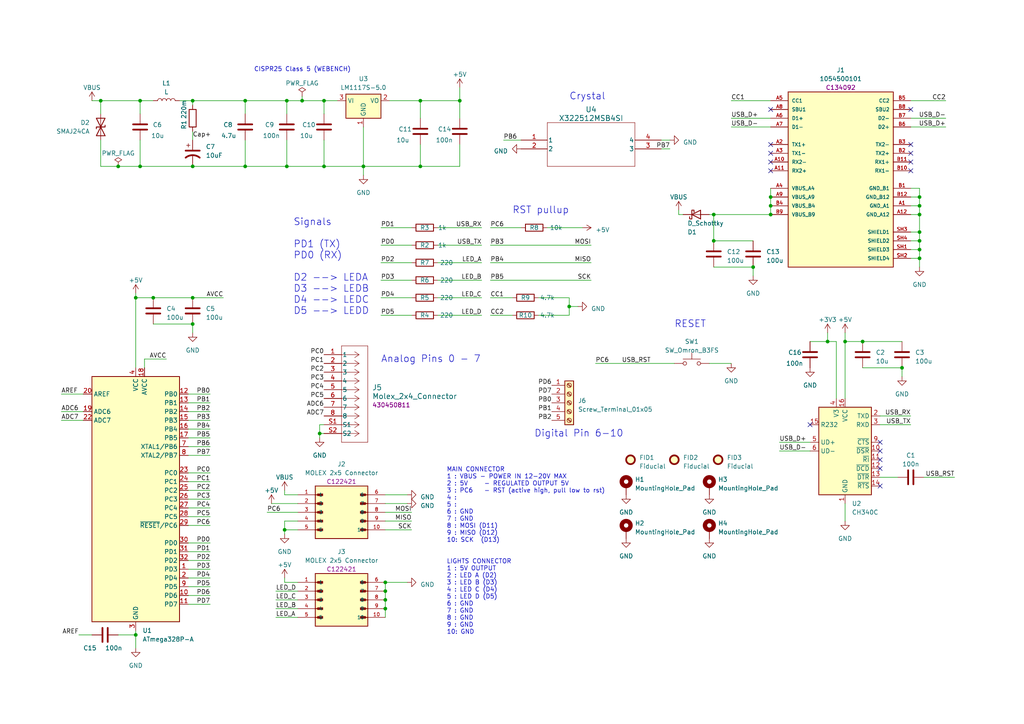
<source format=kicad_sch>
(kicad_sch (version 20230121) (generator eeschema)
  (paper "A4")
  (lib_symbols
    (symbol "Connector:Screw_Terminal_01x05" (pin_names (offset 1.016) hide)
      (property "Reference" "J" (at 0 7.62 0))
      (property "Value" "Screw_Terminal_01x05" (at 0 -7.62 0))
      (symbol "Screw_Terminal_01x05_1_1"
        (pin passive line (at -5.08 5.08 0) (length 3.81) (name "Pin_1") (number "1"))
        (pin passive line (at -5.08 2.54 0) (length 3.81) (name "Pin_2") (number "2"))
        (pin passive line (at -5.08 0 0) (length 3.81) (name "Pin_3") (number "3"))
        (pin passive line (at -5.08 -2.54 0) (length 3.81) (name "Pin_4") (number "4"))
        (pin passive line (at -5.08 -5.08 0) (length 3.81) (name "Pin_5") (number "5"))
      )
    )
    (symbol "Device:C" (pin_numbers hide) (pin_names (offset 0.254))
      (property "Reference" "C" (at 0.635 2.54 0))
      (property "Value" "C" (at 0.635 -2.54 0))
      (symbol "C_1_1"
        (pin passive line (at 0 3.81 270) (length 2.794) (name "~") (number "1"))
        (pin passive line (at 0 -3.81 90) (length 2.794) (name "~") (number "2"))
      )
    )
    (symbol "Device:C_Polarized_US" (pin_numbers hide) (pin_names (offset 0.254) hide)
      (property "Reference" "C" (at 0.635 2.54 0))
      (property "Value" "C_Polarized_US" (at 0.635 -2.54 0))
      (symbol "C_Polarized_US_1_1"
        (pin passive line (at 0 3.81 270) (length 2.794) (name "~") (number "1"))
        (pin passive line (at 0 -3.81 90) (length 3.302) (name "~") (number "2"))
      )
    )
    (symbol "Device:D_Schottky" (pin_numbers hide) (pin_names (offset 1.016) hide)
      (property "Reference" "D" (at 0 2.54 0))
      (property "Value" "D_Schottky" (at 0 -2.54 0))
      (symbol "D_Schottky_1_1"
        (pin passive line (at -3.81 0 0) (length 2.54) (name "K") (number "1"))
        (pin passive line (at 3.81 0 180) (length 2.54) (name "A") (number "2"))
      )
    )
    (symbol "Device:D_TVS" (pin_numbers hide) (pin_names (offset 1.016) hide)
      (property "Reference" "D" (at 0 2.54 0))
      (property "Value" "D_TVS" (at 0 -2.54 0))
      (symbol "D_TVS_1_1"
        (pin passive line (at -3.81 0 0) (length 2.54) (name "A1") (number "1"))
        (pin passive line (at 3.81 0 180) (length 2.54) (name "A2") (number "2"))
      )
    )
    (symbol "Device:L" (pin_numbers hide) (pin_names (offset 1.016) hide)
      (property "Reference" "L" (at -1.27 0 90))
      (property "Value" "L" (at 1.905 0 90))
      (symbol "L_1_1"
        (pin passive line (at 0 3.81 270) (length 1.27) (name "1") (number "1"))
        (pin passive line (at 0 -3.81 90) (length 1.27) (name "2") (number "2"))
      )
    )
    (symbol "Device:R" (pin_numbers hide) (pin_names (offset 0))
      (property "Reference" "R" (at 2.032 0 90))
      (property "Value" "R" (at 0 0 90))
      (symbol "R_1_1"
        (pin passive line (at 0 3.81 270) (length 1.27) (name "~") (number "1"))
        (pin passive line (at 0 -3.81 90) (length 1.27) (name "~") (number "2"))
      )
    )
    (symbol "Interface_USB:CH340C"
      (property "Reference" "U" (at -5.08 13.97 0))
      (property "Value" "CH340C" (at 1.27 13.97 0))
      (symbol "CH340C_1_1"
        (pin power_in line (at 0 -15.24 90) (length 2.54) (name "GND") (number "1"))
        (pin input line (at 10.16 0 180) (length 2.54) (name "~{DSR}") (number "10"))
        (pin input line (at 10.16 -2.54 180) (length 2.54) (name "~{RI}") (number "11"))
        (pin input line (at 10.16 -5.08 180) (length 2.54) (name "~{DCD}") (number "12"))
        (pin output line (at 10.16 -7.62 180) (length 2.54) (name "~{DTR}") (number "13"))
        (pin output line (at 10.16 -10.16 180) (length 2.54) (name "~{RTS}") (number "14"))
        (pin input line (at -10.16 7.62 0) (length 2.54) (name "R232") (number "15"))
        (pin power_in line (at 0 15.24 270) (length 2.54) (name "VCC") (number "16"))
        (pin output line (at 10.16 10.16 180) (length 2.54) (name "TXD") (number "2"))
        (pin input line (at 10.16 7.62 180) (length 2.54) (name "RXD") (number "3"))
        (pin passive line (at -2.54 15.24 270) (length 2.54) (name "V3") (number "4"))
        (pin bidirectional line (at -10.16 2.54 0) (length 2.54) (name "UD+") (number "5"))
        (pin bidirectional line (at -10.16 0 0) (length 2.54) (name "UD-") (number "6"))
        (pin no_connect line (at -7.62 -7.62 0) (length 2.54) hide (name "NC") (number "7"))
        (pin no_connect line (at -7.62 -10.16 0) (length 2.54) hide (name "NC") (number "8"))
        (pin input line (at 10.16 2.54 180) (length 2.54) (name "~{CTS}") (number "9"))
      )
    )
    (symbol "MCU_Microchip_ATmega:ATmega328P-A"
      (property "Reference" "U" (at -12.7 36.83 0))
      (property "Value" "ATmega328P-A" (at 2.54 -36.83 0))
      (symbol "ATmega328P-A_1_1"
        (pin bidirectional line (at 15.24 -20.32 180) (length 2.54) (name "PD3") (number "1"))
        (pin bidirectional line (at 15.24 -27.94 180) (length 2.54) (name "PD6") (number "10"))
        (pin bidirectional line (at 15.24 -30.48 180) (length 2.54) (name "PD7") (number "11"))
        (pin bidirectional line (at 15.24 30.48 180) (length 2.54) (name "PB0") (number "12"))
        (pin bidirectional line (at 15.24 27.94 180) (length 2.54) (name "PB1") (number "13"))
        (pin bidirectional line (at 15.24 25.4 180) (length 2.54) (name "PB2") (number "14"))
        (pin bidirectional line (at 15.24 22.86 180) (length 2.54) (name "PB3") (number "15"))
        (pin bidirectional line (at 15.24 20.32 180) (length 2.54) (name "PB4") (number "16"))
        (pin bidirectional line (at 15.24 17.78 180) (length 2.54) (name "PB5") (number "17"))
        (pin power_in line (at 2.54 38.1 270) (length 2.54) (name "AVCC") (number "18"))
        (pin input line (at -15.24 25.4 0) (length 2.54) (name "ADC6") (number "19"))
        (pin bidirectional line (at 15.24 -22.86 180) (length 2.54) (name "PD4") (number "2"))
        (pin passive line (at -15.24 30.48 0) (length 2.54) (name "AREF") (number "20"))
        (pin passive line (at 0 -38.1 90) (length 2.54) hide (name "GND") (number "21"))
        (pin input line (at -15.24 22.86 0) (length 2.54) (name "ADC7") (number "22"))
        (pin bidirectional line (at 15.24 7.62 180) (length 2.54) (name "PC0") (number "23"))
        (pin bidirectional line (at 15.24 5.08 180) (length 2.54) (name "PC1") (number "24"))
        (pin bidirectional line (at 15.24 2.54 180) (length 2.54) (name "PC2") (number "25"))
        (pin bidirectional line (at 15.24 0 180) (length 2.54) (name "PC3") (number "26"))
        (pin bidirectional line (at 15.24 -2.54 180) (length 2.54) (name "PC4") (number "27"))
        (pin bidirectional line (at 15.24 -5.08 180) (length 2.54) (name "PC5") (number "28"))
        (pin bidirectional line (at 15.24 -7.62 180) (length 2.54) (name "~{RESET}/PC6") (number "29"))
        (pin power_in line (at 0 -38.1 90) (length 2.54) (name "GND") (number "3"))
        (pin bidirectional line (at 15.24 -12.7 180) (length 2.54) (name "PD0") (number "30"))
        (pin bidirectional line (at 15.24 -15.24 180) (length 2.54) (name "PD1") (number "31"))
        (pin bidirectional line (at 15.24 -17.78 180) (length 2.54) (name "PD2") (number "32"))
        (pin power_in line (at 0 38.1 270) (length 2.54) (name "VCC") (number "4"))
        (pin passive line (at 0 -38.1 90) (length 2.54) hide (name "GND") (number "5"))
        (pin passive line (at 0 38.1 270) (length 2.54) hide (name "VCC") (number "6"))
        (pin bidirectional line (at 15.24 15.24 180) (length 2.54) (name "XTAL1/PB6") (number "7"))
        (pin bidirectional line (at 15.24 12.7 180) (length 2.54) (name "XTAL2/PB7") (number "8"))
        (pin bidirectional line (at 15.24 -25.4 180) (length 2.54) (name "PD5") (number "9"))
      )
    )
    (symbol "Mechanical:Fiducial"
      (property "Reference" "FID" (at 0 5.08 0))
      (property "Value" "Fiducial" (at 0 3.175 0))
    )
    (symbol "Mechanical:MountingHole_Pad" (pin_numbers hide) (pin_names (offset 1.016) hide)
      (property "Reference" "H" (at 0 6.35 0))
      (property "Value" "MountingHole_Pad" (at 0 4.445 0))
      (symbol "MountingHole_Pad_1_1"
        (pin input line (at 0 -2.54 90) (length 2.54) (name "1") (number "1"))
      )
    )
    (symbol "Regulator_Linear:LM1117S-5.0"
      (property "Reference" "U" (at -3.81 3.175 0))
      (property "Value" "LM1117S-5.0" (at 0 3.175 0))
      (symbol "LM1117S-5.0_1_1"
        (pin power_in line (at 0 -7.62 90) (length 2.54) (name "GND") (number "1"))
        (pin power_out line (at 7.62 0 180) (length 2.54) (name "VO") (number "2"))
        (pin power_in line (at -7.62 0 0) (length 2.54) (name "VI") (number "3"))
      )
    )
    (symbol "Switch:SW_Omron_B3FS" (pin_numbers hide) (pin_names (offset 1.016) hide)
      (property "Reference" "SW" (at 1.27 2.54 0))
      (property "Value" "SW_Omron_B3FS" (at 0 -1.524 0))
      (symbol "SW_Omron_B3FS_0_1"
        (pin passive line (at -5.08 0 0) (length 2.54) (name "1") (number "1"))
        (pin passive line (at 5.08 0 180) (length 2.54) (name "2") (number "2"))
      )
    )
    (symbol "main:MOLEX 2x4 Connector" (pin_names (offset 0.254))
      (property "Reference" "J" (at 8.89 6.35 0))
      (property "Value" "Molex_2x4_Connector" (at 0 0 0))
      (property "MFG PN" "430450811" (at 0 0 0))
      (symbol "MOLEX 2x4 Connector_1_1"
        (pin unspecified line (at 0 0 0) (length 5.08) (name "1") (number "1"))
        (pin unspecified line (at 0 -2.54 0) (length 5.08) (name "2") (number "2"))
        (pin unspecified line (at 0 -5.08 0) (length 5.08) (name "3") (number "3"))
        (pin unspecified line (at 0 -7.62 0) (length 5.08) (name "4") (number "4"))
        (pin unspecified line (at 0 -10.16 0) (length 5.08) (name "5") (number "5"))
        (pin unspecified line (at 0 -12.7 0) (length 5.08) (name "6") (number "6"))
        (pin unspecified line (at 0 -15.24 0) (length 5.08) (name "7") (number "7"))
        (pin unspecified line (at 0 -17.78 0) (length 5.08) (name "8") (number "8"))
        (pin unspecified line (at 0 -20.32 0) (length 5.08) (name "S1") (number "S1"))
        (pin unspecified line (at 0 -22.86 0) (length 5.08) (name "S2") (number "S2"))
      )
      (symbol "MOLEX 2x4 Connector_1_2"
        (pin unspecified line (at 0 0 0) (length 5.08) (name "1") (number "1"))
        (pin unspecified line (at 0 -2.54 0) (length 5.08) (name "2") (number "2"))
        (pin unspecified line (at 0 -5.08 0) (length 5.08) (name "3") (number "3"))
        (pin unspecified line (at 0 -7.62 0) (length 5.08) (name "4") (number "4"))
        (pin unspecified line (at 0 -10.16 0) (length 5.08) (name "5") (number "5"))
        (pin unspecified line (at 0 -12.7 0) (length 5.08) (name "6") (number "6"))
        (pin unspecified line (at 0 -15.24 0) (length 5.08) (name "7") (number "7"))
        (pin unspecified line (at 0 -17.78 0) (length 5.08) (name "8") (number "8"))
        (pin unspecified line (at 0 -20.32 0) (length 5.08) (name "S1") (number "S1"))
        (pin unspecified line (at 0 -22.86 0) (length 5.08) (name "S2") (number "S2"))
      )
    )
    (symbol "main:MOLEX 2x5 Connector" (pin_names (offset 1.016))
      (property "Reference" "J" (at -7.62 8.89 0))
      (property "Value" "MOLEX 2x5 Connector" (at -7.62 -10.16 0))
      (property "JLCPCB Part #" "C122421" (at 0 0 0))
      (symbol "MOLEX 2x5 Connector_0_0"
        (pin passive line (at -12.7 5.08 0) (length 5.08) (name "1") (number "1"))
        (pin passive line (at 12.7 -5.08 180) (length 5.08) (name "10") (number "10"))
        (pin passive line (at -12.7 2.54 0) (length 5.08) (name "2") (number "2"))
        (pin passive line (at -12.7 0 0) (length 5.08) (name "3") (number "3"))
        (pin passive line (at -12.7 -2.54 0) (length 5.08) (name "4") (number "4"))
        (pin passive line (at -12.7 -5.08 0) (length 5.08) (name "5") (number "5"))
        (pin passive line (at 12.7 5.08 180) (length 5.08) (name "6") (number "6"))
        (pin passive line (at 12.7 2.54 180) (length 5.08) (name "7") (number "7"))
        (pin passive line (at 12.7 0 180) (length 5.08) (name "8") (number "8"))
        (pin passive line (at 12.7 -2.54 180) (length 5.08) (name "9") (number "9"))
      )
    )
    (symbol "main:MOLEX USB-C female" (pin_names (offset 1.016))
      (property "Reference" "J" (at -15.24 26.162 0))
      (property "Value" "1054500101" (at -15.24 -27.94 0))
      (property "JLCPCB Part #" "C134092" (at 0 0 0))
      (symbol "MOLEX USB-C female_0_0"
        (pin power_in line (at 20.32 -7.62 180) (length 5.08) (name "GND_A1") (number "A1"))
        (pin bidirectional line (at -20.32 5.08 0) (length 5.08) (name "RX2-") (number "A10"))
        (pin bidirectional line (at -20.32 2.54 0) (length 5.08) (name "RX2+") (number "A11"))
        (pin power_in line (at 20.32 -10.16 180) (length 5.08) (name "GND_A12") (number "A12"))
        (pin bidirectional line (at -20.32 10.16 0) (length 5.08) (name "TX1+") (number "A2"))
        (pin bidirectional line (at -20.32 7.62 0) (length 5.08) (name "TX1-") (number "A3"))
        (pin power_in line (at -20.32 -2.54 0) (length 5.08) (name "VBUS_A4") (number "A4"))
        (pin bidirectional line (at -20.32 22.86 0) (length 5.08) (name "CC1") (number "A5"))
        (pin bidirectional line (at -20.32 17.78 0) (length 5.08) (name "D1+") (number "A6"))
        (pin bidirectional line (at -20.32 15.24 0) (length 5.08) (name "D1-") (number "A7"))
        (pin bidirectional line (at -20.32 20.32 0) (length 5.08) (name "SBU1") (number "A8"))
        (pin power_in line (at -20.32 -5.08 0) (length 5.08) (name "VBUS_A9") (number "A9"))
        (pin power_in line (at 20.32 -2.54 180) (length 5.08) (name "GND_B1") (number "B1"))
        (pin bidirectional line (at 20.32 2.54 180) (length 5.08) (name "RX1-") (number "B10"))
        (pin bidirectional line (at 20.32 5.08 180) (length 5.08) (name "RX1+") (number "B11"))
        (pin power_in line (at 20.32 -5.08 180) (length 5.08) (name "GND_B12") (number "B12"))
        (pin bidirectional line (at 20.32 7.62 180) (length 5.08) (name "TX2+") (number "B2"))
        (pin bidirectional line (at 20.32 10.16 180) (length 5.08) (name "TX2-") (number "B3"))
        (pin power_in line (at -20.32 -7.62 0) (length 5.08) (name "VBUS_B4") (number "B4"))
        (pin bidirectional line (at 20.32 22.86 180) (length 5.08) (name "CC2") (number "B5"))
        (pin bidirectional line (at 20.32 15.24 180) (length 5.08) (name "D2+") (number "B6"))
        (pin bidirectional line (at 20.32 17.78 180) (length 5.08) (name "D2-") (number "B7"))
        (pin bidirectional line (at 20.32 20.32 180) (length 5.08) (name "SBU2") (number "B8"))
        (pin power_in line (at -20.32 -10.16 0) (length 5.08) (name "VBUS_B9") (number "B9"))
        (pin passive line (at 20.32 -20.32 180) (length 5.08) (name "SHIELD3") (number "SH1"))
        (pin passive line (at 20.32 -22.86 180) (length 5.08) (name "SHIELD4") (number "SH2"))
        (pin passive line (at 20.32 -15.24 180) (length 5.08) (name "SHIELD1") (number "SH3"))
        (pin passive line (at 20.32 -17.78 180) (length 5.08) (name "SHIELD2") (number "SH4"))
      )
    )
    (symbol "main:X322512MSB4SI" (pin_names (offset 0.254))
      (property "Reference" "U" (at 20.32 10.16 0))
      (property "Value" "X322512MSB4SI" (at 20.32 7.62 0))
      (symbol "X322512MSB4SI_1_1"
        (pin unspecified line (at 0 0 0) (length 7.62) (name "1") (number "1"))
        (pin power_out line (at 0 -2.54 0) (length 7.62) (name "2") (number "2"))
        (pin unspecified line (at 40.64 -2.54 180) (length 7.62) (name "3") (number "3"))
        (pin power_out line (at 40.64 0 180) (length 7.62) (name "4") (number "4"))
      )
    )
    (symbol "power:+3V3" (power) (pin_names (offset 0))
      (property "Value" "+3V3" (at 0 3.556 0))
      (symbol "+3V3_1_1"
        (pin power_in line (at 0 0 90) (length 0) hide (name "+3V3") (number "1"))
      )
    )
    (symbol "power:+5V" (power) (pin_names (offset 0))
      (property "Value" "+5V" (at 0 3.556 0))
      (symbol "+5V_1_1"
        (pin power_in line (at 0 0 90) (length 0) hide (name "+5V") (number "1"))
      )
    )
    (symbol "power:GND" (power) (pin_names (offset 0))
      (property "Value" "GND" (at 0 -3.81 0))
      (symbol "GND_1_1"
        (pin power_in line (at 0 0 270) (length 0) hide (name "GND") (number "1"))
      )
    )
    (symbol "power:PWR_FLAG" (power) (pin_numbers hide) (pin_names (offset 0) hide)
      (property "Value" "PWR_FLAG" (at 0 3.81 0))
      (symbol "PWR_FLAG_0_0"
        (pin power_out line (at 0 0 90) (length 0) (name "pwr") (number "1"))
      )
    )
    (symbol "power:VBUS" (power) (pin_names (offset 0))
      (property "Value" "VBUS" (at 0 3.81 0))
      (symbol "VBUS_1_1"
        (pin power_in line (at 0 0 90) (length 0) hide (name "VBUS") (number "1"))
      )
    )
  )
  (junction (at 121.92 48.26))
  (junction (at 250.19 99.06))
  (junction (at 240.03 99.06))
  (junction (at 39.37 86.36))
  (junction (at 266.7 69.85))
  (junction (at 266.7 62.23))
  (junction (at 111.76 176.53))
  (junction (at 55.88 86.36))
  (junction (at 83.185 29.21))
  (junction (at 92.71 125.73))
  (junction (at 245.11 99.06))
  (junction (at 55.88 48.26))
  (junction (at 93.98 29.21))
  (junction (at 29.21 29.21))
  (junction (at 82.55 153.67))
  (junction (at 266.7 59.69))
  (junction (at 55.88 29.21))
  (junction (at 133.35 29.21))
  (junction (at 207.01 62.23))
  (junction (at 223.52 59.69))
  (junction (at 266.7 67.31))
  (junction (at 111.76 173.99))
  (junction (at 165.1 88.9))
  (junction (at 93.98 48.26))
  (junction (at 223.52 57.15))
  (junction (at 83.185 48.26))
  (junction (at 44.45 86.36))
  (junction (at 55.88 93.98))
  (junction (at 266.7 74.93))
  (junction (at 111.76 171.45))
  (junction (at 261.62 106.68))
  (junction (at 266.7 57.15))
  (junction (at 111.76 168.91))
  (junction (at 266.7 72.39))
  (junction (at 40.64 48.26))
  (junction (at 223.52 62.23))
  (junction (at 121.92 29.21))
  (junction (at 105.41 48.26))
  (junction (at 39.37 184.15))
  (junction (at 71.12 48.26))
  (junction (at 87.63 29.21))
  (junction (at 40.64 29.21))
  (junction (at 218.44 77.47))
  (junction (at 71.12 29.21))
  (junction (at 34.29 48.26))
  (junction (at 207.01 69.85))
  (no_connect (at 223.52 46.99))
  (no_connect (at 223.52 44.45))
  (no_connect (at 264.16 31.75))
  (no_connect (at 264.16 46.99))
  (no_connect (at 255.27 130.81))
  (no_connect (at 223.52 31.75))
  (no_connect (at 255.27 140.97))
  (no_connect (at 255.27 128.27))
  (no_connect (at 223.52 41.91))
  (no_connect (at 264.16 44.45))
  (no_connect (at 255.27 133.35))
  (no_connect (at 264.16 41.91))
  (no_connect (at 264.16 49.53))
  (no_connect (at 255.27 135.89))
  (no_connect (at 234.95 123.19))
  (no_connect (at 223.52 49.53))
  (wire (pts (xy 194.31 43.18) (xy 191.77 43.18)))
  (wire (pts (xy 165.1 86.36) (xy 165.1 88.9)))
  (wire (pts (xy 266.7 69.85) (xy 266.7 67.31)))
  (wire (pts (xy 55.88 29.21) (xy 71.12 29.21)))
  (wire (pts (xy 240.03 99.06) (xy 242.57 99.06)))
  (wire (pts (xy 274.32 34.29) (xy 264.16 34.29)))
  (wire (pts (xy 245.11 96.52) (xy 245.11 99.06)))
  (wire (pts (xy 82.55 153.67) (xy 82.55 154.94)))
  (wire (pts (xy 26.67 29.21) (xy 29.21 29.21)))
  (wire (pts (xy 60.96 114.3) (xy 54.61 114.3)))
  (wire (pts (xy 55.88 93.98) (xy 55.88 96.52)))
  (wire (pts (xy 34.29 48.26) (xy 40.64 48.26)))
  (wire (pts (xy 223.52 62.23) (xy 207.01 62.23)))
  (wire (pts (xy 60.96 129.54) (xy 54.61 129.54)))
  (wire (pts (xy 93.98 29.21) (xy 93.98 33.02)))
  (wire (pts (xy 142.24 66.04) (xy 151.13 66.04)))
  (wire (pts (xy 105.41 36.83) (xy 105.41 48.26)))
  (wire (pts (xy 264.16 67.31) (xy 266.7 67.31)))
  (wire (pts (xy 207.01 62.23) (xy 205.74 62.23)))
  (wire (pts (xy 39.37 85.09) (xy 39.37 86.36)))
  (wire (pts (xy 165.1 88.9) (xy 167.64 88.9)))
  (wire (pts (xy 40.64 29.21) (xy 40.64 33.02)))
  (wire (pts (xy 82.55 168.91) (xy 82.55 167.64)))
  (wire (pts (xy 82.55 151.13) (xy 82.55 153.67)))
  (wire (pts (xy 266.7 59.69) (xy 266.7 57.15)))
  (wire (pts (xy 264.16 69.85) (xy 266.7 69.85)))
  (wire (pts (xy 80.01 173.99) (xy 86.36 173.99)))
  (wire (pts (xy 60.96 124.46) (xy 54.61 124.46)))
  (wire (pts (xy 111.76 143.51) (xy 118.11 143.51)))
  (wire (pts (xy 110.49 86.36) (xy 119.38 86.36)))
  (wire (pts (xy 212.09 36.83) (xy 223.52 36.83)))
  (wire (pts (xy 142.24 76.2) (xy 171.45 76.2)))
  (wire (pts (xy 133.35 48.26) (xy 121.92 48.26)))
  (wire (pts (xy 87.63 29.21) (xy 87.63 27.94)))
  (wire (pts (xy 92.71 123.19) (xy 93.98 123.19)))
  (wire (pts (xy 156.21 86.36) (xy 165.1 86.36)))
  (wire (pts (xy 245.11 146.05) (xy 245.11 151.13)))
  (wire (pts (xy 80.01 176.53) (xy 86.36 176.53)))
  (wire (pts (xy 255.27 138.43) (xy 260.35 138.43)))
  (wire (pts (xy 111.76 171.45) (xy 111.76 173.99)))
  (wire (pts (xy 245.11 99.06) (xy 245.11 115.57)))
  (wire (pts (xy 60.96 152.4) (xy 54.61 152.4)))
  (wire (pts (xy 29.21 48.26) (xy 29.21 40.64)))
  (wire (pts (xy 127 81.28) (xy 139.7 81.28)))
  (wire (pts (xy 142.24 71.12) (xy 171.45 71.12)))
  (wire (pts (xy 242.57 99.06) (xy 242.57 115.57)))
  (wire (pts (xy 60.96 121.92) (xy 54.61 121.92)))
  (wire (pts (xy 92.71 125.73) (xy 92.71 127)))
  (wire (pts (xy 80.01 179.07) (xy 86.36 179.07)))
  (wire (pts (xy 60.96 160.02) (xy 54.61 160.02)))
  (wire (pts (xy 266.7 72.39) (xy 266.7 69.85)))
  (wire (pts (xy 93.98 29.21) (xy 97.79 29.21)))
  (wire (pts (xy 172.72 105.41) (xy 195.58 105.41)))
  (wire (pts (xy 266.7 57.15) (xy 266.7 54.61)))
  (wire (pts (xy 29.21 48.26) (xy 34.29 48.26)))
  (wire (pts (xy 113.03 29.21) (xy 121.92 29.21)))
  (wire (pts (xy 105.41 48.26) (xy 105.41 50.8)))
  (wire (pts (xy 234.95 99.06) (xy 240.03 99.06)))
  (wire (pts (xy 71.12 48.26) (xy 83.185 48.26)))
  (wire (pts (xy 60.96 132.08) (xy 54.61 132.08)))
  (wire (pts (xy 196.85 60.96) (xy 196.85 62.23)))
  (wire (pts (xy 87.63 29.21) (xy 93.98 29.21)))
  (wire (pts (xy 127 91.44) (xy 139.7 91.44)))
  (wire (pts (xy 133.35 41.91) (xy 133.35 48.26)))
  (wire (pts (xy 261.62 106.68) (xy 261.62 109.22)))
  (wire (pts (xy 55.88 48.26) (xy 71.12 48.26)))
  (wire (pts (xy 156.21 91.44) (xy 165.1 91.44)))
  (wire (pts (xy 264.16 57.15) (xy 266.7 57.15)))
  (wire (pts (xy 39.37 86.36) (xy 39.37 106.68)))
  (wire (pts (xy 60.96 147.32) (xy 54.61 147.32)))
  (wire (pts (xy 212.09 34.29) (xy 223.52 34.29)))
  (wire (pts (xy 119.38 71.12) (xy 110.49 71.12)))
  (wire (pts (xy 39.37 86.36) (xy 44.45 86.36)))
  (wire (pts (xy 250.19 99.06) (xy 261.62 99.06)))
  (wire (pts (xy 71.12 33.02) (xy 71.12 29.21)))
  (wire (pts (xy 111.76 176.53) (xy 111.76 179.07)))
  (wire (pts (xy 139.7 66.04) (xy 127 66.04)))
  (wire (pts (xy 34.29 184.15) (xy 39.37 184.15)))
  (wire (pts (xy 60.96 167.64) (xy 54.61 167.64)))
  (wire (pts (xy 196.85 62.23) (xy 198.12 62.23)))
  (wire (pts (xy 121.92 29.21) (xy 133.35 29.21)))
  (wire (pts (xy 22.86 184.15) (xy 26.67 184.15)))
  (wire (pts (xy 55.88 29.21) (xy 55.88 30.48)))
  (wire (pts (xy 29.21 33.02) (xy 29.21 29.21)))
  (wire (pts (xy 110.49 91.44) (xy 119.38 91.44)))
  (wire (pts (xy 17.78 121.92) (xy 24.13 121.92)))
  (wire (pts (xy 133.35 25.4) (xy 133.35 29.21)))
  (wire (pts (xy 223.52 57.15) (xy 223.52 59.69)))
  (wire (pts (xy 105.41 48.26) (xy 121.92 48.26)))
  (wire (pts (xy 274.32 29.21) (xy 264.16 29.21)))
  (wire (pts (xy 60.96 144.78) (xy 54.61 144.78)))
  (wire (pts (xy 41.91 104.14) (xy 48.26 104.14)))
  (wire (pts (xy 207.01 77.47) (xy 218.44 77.47)))
  (wire (pts (xy 86.36 143.51) (xy 82.55 143.51)))
  (wire (pts (xy 207.01 62.23) (xy 207.01 69.85)))
  (wire (pts (xy 60.96 172.72) (xy 54.61 172.72)))
  (wire (pts (xy 55.88 86.36) (xy 64.77 86.36)))
  (wire (pts (xy 71.12 29.21) (xy 83.185 29.21)))
  (wire (pts (xy 111.76 168.91) (xy 111.76 171.45)))
  (wire (pts (xy 86.36 168.91) (xy 82.55 168.91)))
  (wire (pts (xy 255.27 123.19) (xy 264.16 123.19)))
  (wire (pts (xy 119.38 153.67) (xy 111.76 153.67)))
  (wire (pts (xy 60.96 175.26) (xy 54.61 175.26)))
  (wire (pts (xy 223.52 59.69) (xy 223.52 62.23)))
  (wire (pts (xy 264.16 74.93) (xy 266.7 74.93)))
  (wire (pts (xy 60.96 157.48) (xy 54.61 157.48)))
  (wire (pts (xy 133.35 29.21) (xy 133.35 34.29)))
  (wire (pts (xy 119.38 148.59) (xy 111.76 148.59)))
  (wire (pts (xy 29.21 29.21) (xy 40.64 29.21)))
  (wire (pts (xy 60.96 170.18) (xy 54.61 170.18)))
  (wire (pts (xy 78.74 146.05) (xy 86.36 146.05)))
  (wire (pts (xy 276.86 138.43) (xy 267.97 138.43)))
  (wire (pts (xy 110.49 76.2) (xy 119.38 76.2)))
  (wire (pts (xy 82.55 153.67) (xy 86.36 153.67)))
  (wire (pts (xy 110.49 81.28) (xy 119.38 81.28)))
  (wire (pts (xy 274.32 36.83) (xy 264.16 36.83)))
  (wire (pts (xy 240.03 96.52) (xy 240.03 99.06)))
  (wire (pts (xy 205.74 105.41) (xy 212.09 105.41)))
  (wire (pts (xy 44.45 86.36) (xy 55.88 86.36)))
  (wire (pts (xy 127 86.36) (xy 139.7 86.36)))
  (wire (pts (xy 40.64 40.64) (xy 40.64 48.26)))
  (wire (pts (xy 17.78 114.3) (xy 24.13 114.3)))
  (wire (pts (xy 264.16 59.69) (xy 266.7 59.69)))
  (wire (pts (xy 218.44 77.47) (xy 218.44 80.01)))
  (wire (pts (xy 83.185 40.64) (xy 83.185 48.26)))
  (wire (pts (xy 119.38 66.04) (xy 110.49 66.04)))
  (wire (pts (xy 40.64 48.26) (xy 55.88 48.26)))
  (wire (pts (xy 55.88 38.1) (xy 55.88 40.64)))
  (wire (pts (xy 92.71 123.19) (xy 92.71 125.73)))
  (wire (pts (xy 60.96 116.84) (xy 54.61 116.84)))
  (wire (pts (xy 44.45 93.98) (xy 55.88 93.98)))
  (wire (pts (xy 255.27 120.65) (xy 264.16 120.65)))
  (wire (pts (xy 264.16 72.39) (xy 266.7 72.39)))
  (wire (pts (xy 142.24 86.36) (xy 148.59 86.36)))
  (wire (pts (xy 146.05 40.64) (xy 151.13 40.64)))
  (wire (pts (xy 93.98 40.64) (xy 93.98 48.26)))
  (wire (pts (xy 142.24 91.44) (xy 148.59 91.44)))
  (wire (pts (xy 52.07 29.21) (xy 55.88 29.21)))
  (wire (pts (xy 71.12 40.64) (xy 71.12 48.26)))
  (wire (pts (xy 158.75 66.04) (xy 168.91 66.04)))
  (wire (pts (xy 60.96 165.1) (xy 54.61 165.1)))
  (wire (pts (xy 212.09 29.21) (xy 223.52 29.21)))
  (wire (pts (xy 223.52 54.61) (xy 223.52 57.15)))
  (wire (pts (xy 93.98 48.26) (xy 105.41 48.26)))
  (wire (pts (xy 266.7 67.31) (xy 266.7 62.23)))
  (wire (pts (xy 194.31 40.64) (xy 191.77 40.64)))
  (wire (pts (xy 119.38 151.13) (xy 111.76 151.13)))
  (wire (pts (xy 266.7 77.47) (xy 266.7 74.93)))
  (wire (pts (xy 264.16 54.61) (xy 266.7 54.61)))
  (wire (pts (xy 266.7 62.23) (xy 266.7 59.69)))
  (wire (pts (xy 139.7 71.12) (xy 127 71.12)))
  (wire (pts (xy 121.92 41.91) (xy 121.92 48.26)))
  (wire (pts (xy 60.96 139.7) (xy 54.61 139.7)))
  (wire (pts (xy 92.71 125.73) (xy 93.98 125.73)))
  (wire (pts (xy 60.96 149.86) (xy 54.61 149.86)))
  (wire (pts (xy 39.37 187.96) (xy 39.37 184.15)))
  (wire (pts (xy 226.06 128.27) (xy 234.95 128.27)))
  (wire (pts (xy 165.1 91.44) (xy 165.1 88.9)))
  (wire (pts (xy 111.76 173.99) (xy 111.76 176.53)))
  (wire (pts (xy 60.96 127) (xy 54.61 127)))
  (wire (pts (xy 142.24 81.28) (xy 171.45 81.28)))
  (wire (pts (xy 83.185 48.26) (xy 93.98 48.26)))
  (wire (pts (xy 40.64 29.21) (xy 44.45 29.21)))
  (wire (pts (xy 77.47 148.59) (xy 86.36 148.59)))
  (wire (pts (xy 121.92 29.21) (xy 121.92 34.29)))
  (wire (pts (xy 82.55 143.51) (xy 82.55 142.24)))
  (wire (pts (xy 111.76 168.91) (xy 118.11 168.91)))
  (wire (pts (xy 60.96 142.24) (xy 54.61 142.24)))
  (wire (pts (xy 207.01 69.85) (xy 218.44 69.85)))
  (wire (pts (xy 60.96 137.16) (xy 54.61 137.16)))
  (wire (pts (xy 266.7 74.93) (xy 266.7 72.39)))
  (wire (pts (xy 264.16 62.23) (xy 266.7 62.23)))
  (wire (pts (xy 60.96 162.56) (xy 54.61 162.56)))
  (wire (pts (xy 83.185 29.21) (xy 87.63 29.21)))
  (wire (pts (xy 127 76.2) (xy 139.7 76.2)))
  (wire (pts (xy 226.06 130.81) (xy 234.95 130.81)))
  (wire (pts (xy 80.01 171.45) (xy 86.36 171.45)))
  (wire (pts (xy 86.36 151.13) (xy 82.55 151.13)))
  (wire (pts (xy 250.19 106.68) (xy 261.62 106.68)))
  (wire (pts (xy 245.11 99.06) (xy 250.19 99.06)))
  (wire (pts (xy 60.96 119.38) (xy 54.61 119.38)))
  (wire (pts (xy 83.185 33.02) (xy 83.185 29.21)))
  (wire (pts (xy 41.91 106.68) (xy 41.91 104.14)))
  (wire (pts (xy 111.76 146.05) (xy 118.11 146.05)))
  (wire (pts (xy 17.78 119.38) (xy 24.13 119.38)))
  (wire (pts (xy 39.37 184.15) (xy 39.37 182.88)))
  (text "Crystal" (at 165.1 29.21 0) (effects (font (size 2 2)) (justify left bottom)))
  (text "RST pullup\n" (at 148.59 62.23 0) (effects (font (size 2 2)) (justify left bottom)))
  (text "CISPR25 Class 5 (WEBENCH)" (at 73.66 20.955 0) (effects (font (size 1.27 1.27)) (justify left bottom)))
  (text "Digital Pin 6-10" (at 154.94 127 0) (effects (font (size 2 2)) (justify left bottom)))
  (text "MAIN CONNECTOR\n1 : VBUS - POWER IN 12-20V MAX\n2 : 5V 	 - REGULATED OUTPUT 5V\n3 : PC6	 - RST (active high, pull low to rst)\n4 : \n5 :\n6 : GND\n7 : GND\n8 : MOSI (D11)\n9 : MISO (D12)\n10: SCK	(D13)" (at 129.54 157.48 0) (effects (font (size 1.27 1.27)) (justify left bottom)))
  (text "Analog Pins 0 - 7" (at 110.49 105.41 0) (effects (font (size 2 2)) (justify left bottom)))
  (text "RESET" (at 195.58 95.25 0) (effects (font (size 2 2)) (justify left bottom)))
  (text "Signals\n\nPD1 (TX) \nPD0 (RX)\n\nD2 --> LEDA\nD3 --> LEDB\nD4 --> LEDC\nD5 --> LEDD" (at 85.09 91.44 0) (effects (font (size 2 2)) (justify left bottom)))
  (text "LIGHTS CONNECTOR\n1 : 5V OUTPUT\n2 : LED A (D2)\n3 : LED B (D3)\n4 : LED C (D4)\n5 : LED D (D5)\n6 : GND\n7 : GND\n8 : GND\n9 : GND\n10: GND" (at 129.54 184.15 0) (effects (font (size 1.27 1.27)) (justify left bottom)))
  (label "SCK" (at 119.38 153.67 180))
  (label "USB_D+" (at 212.09 34.29 0))
  (label "PC3" (at 60.96 144.78 180))
  (label "MOSI" (at 171.45 71.12 180))
  (label "PB2" (at 160.02 121.92 180))
  (label "PC4" (at 93.98 113.03 180))
  (label "LED_D" (at 80.01 171.45 0))
  (label "ADC7" (at 93.98 120.65 180))
  (label "PD5" (at 60.96 170.18 180))
  (label "PC6" (at 142.24 66.04 0))
  (label "PD7" (at 60.96 175.26 180))
  (label "PC5" (at 60.96 149.86 180))
  (label "PC6" (at 60.96 152.4 180))
  (label "PD6" (at 160.02 111.76 180))
  (label "Cap+" (at 55.88 40.005 0))
  (label "LED_D" (at 139.7 91.44 180))
  (label "PC1" (at 93.98 105.41 180))
  (label "PB0" (at 60.96 114.3 180))
  (label "USB_D-" (at 274.32 34.29 180))
  (label "PD0" (at 60.96 157.48 180))
  (label "PD3" (at 60.96 165.1 180))
  (label "PB3" (at 60.96 121.92 180))
  (label "LED_A" (at 80.01 179.07 0))
  (label "PB4" (at 142.24 76.2 0))
  (label "PD5" (at 110.49 91.44 0))
  (label "USB_RST" (at 276.86 138.43 180))
  (label "ADC7" (at 17.78 121.92 0))
  (label "PC2" (at 60.96 142.24 180))
  (label "LED_B" (at 80.01 176.53 0))
  (label "PD1" (at 110.49 66.04 0))
  (label "AREF" (at 17.78 114.3 0))
  (label "PC3" (at 93.98 110.49 180))
  (label "ADC6" (at 17.78 119.38 0))
  (label "AREF" (at 22.86 184.15 180))
  (label "PC0" (at 60.96 137.16 180))
  (label "PB1" (at 160.02 119.38 180))
  (label "PD2" (at 110.49 76.2 0))
  (label "LED_C" (at 80.01 173.99 0))
  (label "PC1" (at 60.96 139.7 180))
  (label "PB5" (at 60.96 127 180))
  (label "PB7" (at 194.31 43.18 180))
  (label "PD6" (at 60.96 172.72 180))
  (label "PB0" (at 160.02 116.84 180))
  (label "PB6" (at 146.05 40.64 0))
  (label "USB_D+" (at 274.32 36.83 180))
  (label "USB_TX" (at 139.7 71.12 180))
  (label "MISO" (at 119.38 151.13 180))
  (label "PB3" (at 142.24 71.12 0))
  (label "LED_C" (at 139.7 86.36 180))
  (label "PC6" (at 172.72 105.41 0))
  (label "PB5" (at 142.24 81.28 0))
  (label "PC5" (at 93.98 115.57 180))
  (label "PC2" (at 93.98 107.95 180))
  (label "CC1" (at 212.09 29.21 0))
  (label "CC2" (at 142.24 91.44 0))
  (label "PB4" (at 60.96 124.46 180))
  (label "USB_TX" (at 264.16 123.19 180))
  (label "PD7" (at 160.02 114.3 180))
  (label "LED_A" (at 139.7 76.2 180))
  (label "CC1" (at 142.24 86.36 0))
  (label "USB_RX" (at 139.7 66.04 180))
  (label "ADC6" (at 93.98 118.11 180))
  (label "MISO" (at 171.45 76.2 180))
  (label "MOSI" (at 119.38 148.59 180))
  (label "SCK" (at 171.45 81.28 180))
  (label "PC4" (at 60.96 147.32 180))
  (label "LED_B" (at 139.7 81.28 180))
  (label "PB6" (at 60.96 129.54 180))
  (label "PD1" (at 60.96 160.02 180))
  (label "PD4" (at 110.49 86.36 0))
  (label "PC6" (at 77.47 148.59 0))
  (label "CC2" (at 274.32 29.21 180))
  (label "USB_RST" (at 180.34 105.41 0))
  (label "PD3" (at 110.49 81.28 0))
  (label "PD2" (at 60.96 162.56 180))
  (label "PB1" (at 60.96 116.84 180))
  (label "PD4" (at 60.96 167.64 180))
  (label "AVCC" (at 64.77 86.36 180))
  (label "USB_D-" (at 226.06 130.81 0))
  (label "PB2" (at 60.96 119.38 180))
  (label "AVCC" (at 48.26 104.14 180))
  (label "USB_RX" (at 264.16 120.65 180))
  (label "USB_D-" (at 212.09 36.83 0))
  (label "PC0" (at 93.98 102.87 180))
  (label "PB7" (at 60.96 132.08 180))
  (label "USB_D+" (at 226.06 128.27 0))
  (label "PD0" (at 110.49 71.12 0))
  (symbol (lib_id "power:+5V") (at 78.74 146.05 0) (unit 1)
    (property "Reference" "#PWR020" (effects hide))
    (property "Value" "+5V" (at 78.74 142.24 0))
  )
  (symbol (lib_id "power:GND") (at 118.11 146.05 90) (unit 1)
    (property "Reference" "#PWR019" (effects hide))
    (property "Value" "GND" (at 121.92 146.685 90) (effects (justify right)))
  )
  (symbol (lib_id "Device:C") (at 30.48 184.15 90) (mirror x) (unit 1)
    (property "Reference" "C15" (at 24.13 187.96 90) (effects (justify right)))
    (property "Value" "100n" (at 30.48 187.96 90) (effects (justify right)))
    (property "Footprint" "Capacitor_SMD:C_0603_1608Metric" (effects hide))
    (property "MANUFACTURER" "Murata Electronics" (effects hide))
    (property "Manufacturer Part Number" "GRM188R71H104KA93D" (effects hide))
    (property "JLCPCB Part #" "C77055" (effects hide))
  )
  (symbol (lib_id "power:GND") (at 105.41 50.8 0) (unit 1)
    (property "Reference" "#PWR015" (effects hide))
    (property "Value" "GND" (at 105.41 55.88 0))
  )
  (symbol (lib_id "Device:C") (at 264.16 138.43 270) (unit 1)
    (property "Reference" "C1" (at 264.16 132.08 90))
    (property "Value" "100n" (at 264.16 134.62 90))
    (property "Footprint" "Capacitor_SMD:C_0603_1608Metric" (effects hide))
  )
  (symbol (lib_id "Mechanical:MountingHole_Pad") (at 181.61 140.97 0) (unit 1)
    (property "Reference" "H1" (at 184.15 139.065 0) (effects (justify left)))
    (property "Value" "MountingHole_Pad" (at 184.15 141.605 0) (effects (justify left)))
    (property "Footprint" "MountingHole:MountingHole_3.2mm_M3_DIN965_Pad" (effects hide))
  )
  (symbol (lib_id "MCU_Microchip_ATmega:ATmega328P-A") (at 39.37 144.78 0) (unit 1)
    (property "Reference" "U1" (at 41.3259 182.88 0) (effects (justify left)))
    (property "Value" "ATmega328P-A" (at 41.3259 185.42 0) (effects (justify left)))
    (property "Footprint" "Package_QFP:TQFP-32_7x7mm_P0.8mm" (effects hide))
    (property "Datasheet" "http://ww1.microchip.com/downloads/en/DeviceDoc/ATmega328_P%20AVR%20MCU%20with%20picoPower%20Technology%20Data%20Sheet%2040001984A.pdf" (effects hide))
  )
  (symbol (lib_id "Mechanical:Fiducial") (at 208.28 133.35 0) (unit 1)
    (property "Reference" "FID3" (at 210.82 132.715 0) (effects (justify left)))
    (property "Value" "Fiducial" (at 210.82 135.255 0) (effects (justify left)))
    (property "Footprint" "Fiducial:Fiducial_1mm_Mask2mm" (effects hide))
  )
  (symbol (lib_id "Device:R") (at 154.94 66.04 270) (mirror x) (unit 1)
    (property "Reference" "R8" (at 154.94 66.04 90))
    (property "Value" "10k" (at 161.29 66.04 90))
    (property "Footprint" "Resistor_SMD:R_0603_1608Metric" (effects hide))
  )
  (symbol (lib_id "Mechanical:MountingHole_Pad") (at 181.61 153.67 0) (unit 1)
    (property "Reference" "H2" (at 184.15 151.765 0) (effects (justify left)))
    (property "Value" "MountingHole_Pad" (at 184.15 154.305 0) (effects (justify left)))
    (property "Footprint" "MountingHole:MountingHole_3.2mm_M3_DIN965_Pad" (effects hide))
  )
  (symbol (lib_id "Device:C_Polarized_US") (at 55.88 44.45 0) (unit 1)
    (property "Reference" "C7" (at 59.69 42.545 0) (effects (justify left)))
    (property "Value" "10uF" (at 59.69 45.085 0) (effects (justify left)))
    (property "Footprint" "Capacitor_SMD:CP_Elec_6.3x5.9" (effects hide))
    (property "JLCPCB Part #" "C2162323" (effects hide))
    (property "MANUFACTURER" "Panasonic" (effects hide))
    (property "Manufacturer Part Number" "50SVPF10M" (effects hide))
  )
  (symbol (lib_id "Device:L") (at 48.26 29.21 90) (unit 1)
    (property "Reference" "L1" (at 48.26 24.13 90))
    (property "Value" "L" (at 48.26 26.67 90))
    (property "Footprint" "Inductor_SMD:L_0805_2012Metric" (effects hide))
    (property "Datasheet" "https://www.vishay.com/docs/34289/lp12bz11.pdf" (effects hide))
    (property "MANUFACTURER" "Vishay Dale" (effects hide))
    (property "Manufacturer Part Number" "IHLP1212BZERR22M11" (effects hide))
    (property "JLCPCB Part #" "C499512" (effects hide))
  )
  (symbol (lib_id "Device:C") (at 44.45 90.17 0) (unit 1)
    (property "Reference" "C4" (at 48.26 89.535 0) (effects (justify left)))
    (property "Value" "100u" (at 48.26 92.075 0) (effects (justify left)))
    (property "Footprint" "Capacitor_SMD:C_0603_1608Metric" (effects hide))
  )
  (symbol (lib_id "Device:D_TVS") (at 29.21 36.83 270) (mirror x) (unit 1)
    (property "Reference" "D2" (at 26.035 35.56 90) (effects (justify right)))
    (property "Value" "SMAJ24CA" (at 26.035 38.1 90) (effects (justify right)))
    (property "Footprint" "Diode_SMD:D_SMA" (effects hide))
    (property "Datasheet" "https://www.mouser.com/datasheet/2/240/media-3319430.pdf" (effects hide))
    (property "MANUFACTURER" "Littelfuse" (effects hide))
    (property "Manufacturer Part Number" "SMAJ24CA" (effects hide))
    (property "JLCPCB Part #" "C148223" (effects hide))
  )
  (symbol (lib_id "Device:C") (at 250.19 102.87 0) (unit 1)
    (property "Reference" "C2" (at 254 102.235 0) (effects (justify left)))
    (property "Value" "10u" (at 254 104.775 0) (effects (justify left)))
    (property "Footprint" "Capacitor_SMD:C_0603_1608Metric" (effects hide))
  )
  (symbol (lib_id "power:VBUS") (at 82.55 142.24 0) (unit 1)
    (property "Reference" "#PWR011" (effects hide))
    (property "Value" "VBUS" (at 82.55 138.43 0))
  )
  (symbol (lib_id "Device:C") (at 40.64 36.83 0) (unit 1)
    (property "Reference" "C6" (at 46.99 36.195 0) (effects (justify right)))
    (property "Value" "10u" (at 47.625 39.37 0) (effects (justify right)))
    (property "Footprint" "Inductor_SMD:L_1210_3225Metric" (effects hide))
    (property "MANUFACTURER" "Murata Electronics" (effects hide))
    (property "Manufacturer Part Number" "GRM32ER71H106KA12L" (effects hide))
    (property "JLCPCB Part #" "C77102" (effects hide))
  )
  (symbol (lib_id "power:GND") (at 218.44 80.01 0) (unit 1)
    (property "Reference" "#PWR018" (effects hide))
    (property "Value" "GND" (at 218.44 85.09 0))
  )
  (symbol (lib_id "power:GND") (at 205.74 143.51 0) (unit 1)
    (property "Reference" "#PWR028" (effects hide))
    (property "Value" "GND" (at 205.74 148.59 0))
  )
  (symbol (lib_id "power:GND") (at 194.31 40.64 90) (unit 1)
    (property "Reference" "#PWR021" (effects hide))
    (property "Value" "GND" (at 198.12 41.275 90) (effects (justify right)))
  )
  (symbol (lib_id "power:GND") (at 181.61 156.21 0) (unit 1)
    (property "Reference" "#PWR027" (effects hide))
    (property "Value" "GND" (at 181.61 161.29 0))
  )
  (symbol (lib_id "power:GND") (at 234.95 106.68 0) (unit 1)
    (property "Reference" "#PWR031" (effects hide))
    (property "Value" "GND" (at 234.95 111.76 0))
  )
  (symbol (lib_id "Device:R") (at 55.88 34.29 0) (mirror x) (unit 1)
    (property "Reference" "R1" (at 53.34 36.195 90))
    (property "Value" "220m" (at 53.34 31.75 90))
    (property "Footprint" "Resistor_SMD:R_0603_1608Metric" (effects hide))
    (property "MANUFACTURER" "YAGEO" (effects hide))
    (property "Manufacturer Part Number" "RL0603FR-070R22L" (effects hide))
    (property "JLCPCB Part #" "C326952" (effects hide))
  )
  (symbol (lib_id "Device:C") (at 71.12 36.83 0) (mirror y) (unit 1)
    (property "Reference" "C8" (at 64.77 36.195 0) (effects (justify right)))
    (property "Value" "4.7u" (at 64.135 39.37 0) (effects (justify right)))
    (property "Footprint" "Capacitor_SMD:C_1206_3216Metric" (effects hide))
    (property "MANUFACTURER" "Murata Electronics" (effects hide))
    (property "Manufacturer Part Number" "GRM31CR71H475KA12L" (effects hide))
    (property "JLCPCB Part #" "C77096" (effects hide))
  )
  (symbol (lib_id "Mechanical:MountingHole_Pad") (at 205.74 140.97 0) (unit 1)
    (property "Reference" "H3" (at 208.28 139.065 0) (effects (justify left)))
    (property "Value" "MountingHole_Pad" (at 208.28 141.605 0) (effects (justify left)))
    (property "Footprint" "MountingHole:MountingHole_3.2mm_M3_DIN965_Pad" (effects hide))
  )
  (symbol (lib_id "Device:C") (at 121.92 38.1 0) (mirror y) (unit 1)
    (property "Reference" "C11" (at 115.57 37.465 0) (effects (justify right)))
    (property "Value" "10u" (at 114.935 40.64 0) (effects (justify right)))
    (property "Footprint" "Capacitor_SMD:C_0603_1608Metric" (effects hide))
    (property "MANUFACTURER" "Murata Electronics" (effects hide))
    (property "Manufacturer Part Number" "GRM188R71H104KA93D" (effects hide))
    (property "JLCPCB Part #" "C77055" (effects hide))
  )
  (symbol (lib_id "power:GND") (at 205.74 156.21 0) (unit 1)
    (property "Reference" "#PWR029" (effects hide))
    (property "Value" "GND" (at 205.74 161.29 0))
  )
  (symbol (lib_id "power:GND") (at 181.61 143.51 0) (unit 1)
    (property "Reference" "#PWR026" (effects hide))
    (property "Value" "GND" (at 181.61 148.59 0))
  )
  (symbol (lib_id "power:+5V") (at 245.11 96.52 0) (unit 1)
    (property "Reference" "#PWR03" (effects hide))
    (property "Value" "+5V" (at 245.11 92.71 0))
  )
  (symbol (lib_id "Device:C") (at 55.88 90.17 0) (unit 1)
    (property "Reference" "C5" (at 59.69 89.535 0) (effects (justify left)))
    (property "Value" "100u" (at 59.69 92.075 0) (effects (justify left)))
    (property "Footprint" "Capacitor_SMD:C_0603_1608Metric" (effects hide))
  )
  (symbol (lib_id "power:GND") (at 245.11 151.13 0) (unit 1)
    (property "Reference" "#PWR04" (effects hide))
    (property "Value" "GND" (at 245.11 156.21 0))
  )
  (symbol (lib_id "power:GND") (at 212.09 105.41 0) (unit 1)
    (property "Reference" "#PWR05" (effects hide))
    (property "Value" "GND" (at 212.09 110.49 0))
  )
  (symbol (lib_id "main:MOLEX 2x5 Connector") (at 99.06 148.59 0) (unit 1)
    (property "Reference" "J2" (at 99.06 134.62 0))
    (property "Value" "MOLEX 2x5 Connector" (at 99.06 137.16 0))
    (property "Footprint" "main:MOLEX_430451000" (effects hide))
    (property "MF" "Molex" (effects hide))
    (property "MAXIMUM_PACKAGE_HEIGHT" "8.77mm" (effects hide))
    (property "Package" "None" (effects hide))
    (property "Price" "None" (effects hide))
    (property "Check_prices" "https://www.snapeda.com/parts/0430451000/Molex/view-part/?ref=eda" (effects hide))
    (property "STANDARD" "Manufacturer Recommendations" (effects hide))
    (property "PARTREV" "G" (effects hide))
    (property "SnapEDA_Link" "https://www.snapeda.com/parts/0430451000/Molex/view-part/?ref=snap" (effects hide))
    (property "MP" "0430451000" (effects hide))
    (property "Purchase-URL" "https://www.snapeda.com/api/url_track_click_mouser/?unipart_id=481482&manufacturer=Molex&part_name=0430451000&search_term=0430451000" (effects hide))
    (property "Description" "\nMicro-fit 3.0 Connector, 10 Circuit Dual Row, Right Angle Throughhole PCB, Snap-In Peg\n" (effects hide))
    (property "Availability" "In Stock" (effects hide))
    (property "MANUFACTURER" "Molex" (effects hide))
    (property "JLCPCB Part #" "C122421" (at 99.06 139.7 0))
  )
  (symbol (lib_id "power:VBUS") (at 26.67 29.21 0) (unit 1)
    (property "Reference" "#PWR016" (effects hide))
    (property "Value" "VBUS" (at 26.67 25.4 0))
  )
  (symbol (lib_id "power:GND") (at 261.62 109.22 0) (unit 1)
    (property "Reference" "#PWR010" (effects hide))
    (property "Value" "GND" (at 261.62 114.3 0))
  )
  (symbol (lib_id "Device:R") (at 123.19 86.36 270) (mirror x) (unit 1)
    (property "Reference" "R5" (at 123.19 86.36 90))
    (property "Value" "220" (at 129.54 86.36 90))
    (property "Footprint" "Resistor_SMD:R_0603_1608Metric" (effects hide))
  )
  (symbol (lib_id "Mechanical:MountingHole_Pad") (at 205.74 153.67 0) (unit 1)
    (property "Reference" "H4" (at 208.28 151.765 0) (effects (justify left)))
    (property "Value" "MountingHole_Pad" (at 208.28 154.305 0) (effects (justify left)))
    (property "Footprint" "MountingHole:MountingHole_3.2mm_M3_DIN965_Pad" (effects hide))
  )
  (symbol (lib_id "power:GND") (at 118.11 168.91 90) (unit 1)
    (property "Reference" "#PWR014" (effects hide))
    (property "Value" "GND" (at 121.92 169.545 90) (effects (justify right)))
  )
  (symbol (lib_id "main:MOLEX 2x4 Connector") (at 93.98 102.87 0) (unit 1)
    (property "Reference" "J5" (at 107.95 112.395 0) (effects (font (size 1.524 1.524)) (justify left)))
    (property "Value" "Molex_2x4_Connector" (at 107.95 114.935 0) (effects (font (size 1.524 1.524)) (justify left)))
    (property "Footprint" "main:Molex_2x4_Connector" (effects hide))
    (property "Datasheet" "430450811" (effects hide))
    (property "MFG PN" "430450811" (at 107.95 117.475 0) (effects (justify left)))
  )
  (symbol (lib_id "Regulator_Linear:LM1117S-5.0") (at 105.41 29.21 0) (unit 1)
    (property "Reference" "U3" (at 105.41 22.86 0))
    (property "Value" "LM1117S-5.0" (at 105.41 25.4 0))
    (property "Footprint" "Package_TO_SOT_SMD:TO-263-3_TabPin2" (effects hide))
    (property "Datasheet" "http://www.ti.com/lit/ds/symlink/lm1117.pdf" (effects hide))
  )
  (symbol (lib_id "Connector:Screw_Terminal_01x05") (at 165.1 116.84 0) (unit 1)
    (property "Reference" "J6" (at 167.64 116.205 0) (effects (justify left)))
    (property "Value" "Screw_Terminal_01x05" (at 167.64 118.745 0) (effects (justify left)))
    (property "Footprint" "TerminalBlock:TerminalBlock_bornier-5_P5.08mm" (effects hide))
  )
  (symbol (lib_id "Mechanical:Fiducial") (at 182.88 133.35 0) (unit 1)
    (property "Reference" "FID1" (at 185.42 132.715 0) (effects (justify left)))
    (property "Value" "Fiducial" (at 185.42 135.255 0) (effects (justify left)))
    (property "Footprint" "Fiducial:Fiducial_1mm_Mask2mm" (effects hide))
  )
  (symbol (lib_id "Device:R") (at 152.4 86.36 270) (mirror x) (unit 1)
    (property "Reference" "R9" (at 152.4 86.36 90))
    (property "Value" "4.7k" (at 158.75 86.36 90))
    (property "Footprint" "Resistor_SMD:R_0603_1608Metric" (effects hide))
  )
  (symbol (lib_id "Device:C") (at 234.95 102.87 0) (mirror y) (unit 1)
    (property "Reference" "C16" (at 228.6 102.235 0) (effects (justify right)))
    (property "Value" "100n" (at 227.965 105.41 0) (effects (justify right)))
    (property "Footprint" "Capacitor_SMD:C_0603_1608Metric" (effects hide))
    (property "MANUFACTURER" "Murata Electronics" (effects hide))
    (property "Manufacturer Part Number" "GRM188R71H104KA93D" (effects hide))
    (property "JLCPCB Part #" "C77055" (effects hide))
  )
  (symbol (lib_id "power:+5V") (at 39.37 85.09 0) (unit 1)
    (property "Reference" "#PWR02" (effects hide))
    (property "Value" "+5V" (at 39.37 81.28 0))
  )
  (symbol (lib_id "power:GND") (at 92.71 127 0) (unit 1)
    (property "Reference" "#PWR025" (effects hide))
    (property "Value" "GND" (at 92.71 132.08 0))
  )
  (symbol (lib_id "power:GND") (at 82.55 154.94 0) (unit 1)
    (property "Reference" "#PWR030" (effects hide))
    (property "Value" "GND" (at 82.55 160.02 0))
  )
  (symbol (lib_id "Interface_USB:CH340C") (at 245.11 130.81 0) (unit 1)
    (property "Reference" "U2" (at 247.0659 146.05 0) (effects (justify left)))
    (property "Value" "CH340C" (at 247.0659 148.59 0) (effects (justify left)))
    (property "Footprint" "Package_SO:SOIC-16_3.9x9.9mm_P1.27mm" (effects hide))
    (property "Datasheet" "https://datasheet.lcsc.com/szlcsc/Jiangsu-Qin-Heng-CH340C_C84681.pdf" (effects hide))
  )
  (symbol (lib_id "Device:C") (at 83.185 36.83 0) (mirror y) (unit 1)
    (property "Reference" "C9" (at 76.835 36.195 0) (effects (justify right)))
    (property "Value" "100n" (at 76.2 39.37 0) (effects (justify right)))
    (property "Footprint" "Capacitor_SMD:C_0603_1608Metric" (effects hide))
    (property "MANUFACTURER" "Murata Electronics" (effects hide))
    (property "Manufacturer Part Number" "GRM188R71H104KA93D" (effects hide))
    (property "JLCPCB Part #" "C77055" (effects hide))
  )
  (symbol (lib_id "power:GND") (at 266.7 77.47 0) (unit 1)
    (property "Reference" "#PWR07" (effects hide))
    (property "Value" "GND" (at 266.7 82.55 0))
  )
  (symbol (lib_id "main:X322512MSB4SI") (at 151.13 40.64 0) (unit 1)
    (property "Reference" "U4" (at 171.45 31.75 0) (effects (font (size 1.524 1.524))))
    (property "Value" "X322512MSB4SI" (at 171.45 34.29 0) (effects (font (size 1.524 1.524))))
    (property "Footprint" "main:SMD_2MSB4SI_YXC" (effects hide))
    (property "Datasheet" "X322512MSB4SI" (effects hide))
  )
  (symbol (lib_id "Device:R") (at 123.19 71.12 270) (mirror x) (unit 1)
    (property "Reference" "R2" (at 123.19 71.12 90))
    (property "Value" "1k" (at 128.27 71.12 90))
    (property "Footprint" "Resistor_SMD:R_0603_1608Metric" (effects hide))
  )
  (symbol (lib_id "power:GND") (at 55.88 96.52 0) (unit 1)
    (property "Reference" "#PWR09" (effects hide))
    (property "Value" "GND" (at 55.88 101.6 0))
  )
  (symbol (lib_id "power:+5V") (at 133.35 25.4 0) (unit 1)
    (property "Reference" "#PWR017" (effects hide))
    (property "Value" "+5V" (at 133.35 21.59 0))
  )
  (symbol (lib_id "Device:R") (at 123.19 91.44 270) (mirror x) (unit 1)
    (property "Reference" "R4" (at 123.19 91.44 90))
    (property "Value" "220" (at 129.54 91.44 90))
    (property "Footprint" "Resistor_SMD:R_0603_1608Metric" (effects hide))
  )
  (symbol (lib_id "power:GND") (at 118.11 143.51 90) (unit 1)
    (property "Reference" "#PWR012" (effects hide))
    (property "Value" "GND" (at 121.92 144.145 90) (effects (justify right)))
  )
  (symbol (lib_id "Switch:SW_Omron_B3FS") (at 200.66 105.41 0) (unit 1)
    (property "Reference" "SW1" (at 200.66 99.06 0))
    (property "Value" "SW_Omron_B3FS" (at 200.66 101.6 0))
    (property "Footprint" "Button_Switch_SMD:SW_SPST_Omron_B3FS-100xP" (effects hide))
    (property "Datasheet" "https://omronfs.omron.com/en_US/ecb/products/pdf/en-b3fs.pdf" (effects hide))
  )
  (symbol (lib_id "power:+5V") (at 82.55 167.64 0) (unit 1)
    (property "Reference" "#PWR013" (effects hide))
    (property "Value" "+5V" (at 82.55 163.83 0))
  )
  (symbol (lib_id "Device:R") (at 123.19 66.04 270) (mirror x) (unit 1)
    (property "Reference" "R3" (at 123.19 66.04 90))
    (property "Value" "1k" (at 128.27 66.04 90))
    (property "Footprint" "Resistor_SMD:R_0603_1608Metric" (effects hide))
  )
  (symbol (lib_id "Device:C") (at 207.01 73.66 0) (unit 1)
    (property "Reference" "C12" (at 210.82 73.025 0) (effects (justify left)))
    (property "Value" "100u" (at 210.82 75.565 0) (effects (justify left)))
    (property "Footprint" "Capacitor_SMD:C_0603_1608Metric" (effects hide))
  )
  (symbol (lib_id "power:GND") (at 39.37 187.96 0) (unit 1)
    (property "Reference" "#PWR01" (effects hide))
    (property "Value" "GND" (at 39.37 193.04 0))
  )
  (symbol (lib_id "power:GND") (at 151.13 43.18 270) (unit 1)
    (property "Reference" "#PWR022" (effects hide))
    (property "Value" "GND" (at 147.32 43.815 90) (effects (justify right)))
  )
  (symbol (lib_id "power:GND") (at 167.64 88.9 90) (unit 1)
    (property "Reference" "#PWR024" (effects hide))
    (property "Value" "GND" (at 171.45 89.535 90) (effects (justify right)))
  )
  (symbol (lib_id "Mechanical:Fiducial") (at 195.58 133.35 0) (unit 1)
    (property "Reference" "FID2" (at 198.12 132.715 0) (effects (justify left)))
    (property "Value" "Fiducial" (at 198.12 135.255 0) (effects (justify left)))
    (property "Footprint" "Fiducial:Fiducial_1mm_Mask2mm" (effects hide))
  )
  (symbol (lib_id "power:PWR_FLAG") (at 34.29 48.26 0) (mirror y) (unit 1)
    (property "Reference" "#FLG01" (effects hide))
    (property "Value" "PWR_FLAG" (at 34.29 44.45 0))
  )
  (symbol (lib_id "power:PWR_FLAG") (at 87.63 27.94 0) (mirror y) (unit 1)
    (property "Reference" "#FLG02" (effects hide))
    (property "Value" "PWR_FLAG" (at 87.63 24.13 0))
  )
  (symbol (lib_id "Device:R") (at 152.4 91.44 270) (mirror x) (unit 1)
    (property "Reference" "R10" (at 152.4 91.44 90))
    (property "Value" "4.7k" (at 158.75 91.44 90))
    (property "Footprint" "Resistor_SMD:R_0603_1608Metric" (effects hide))
  )
  (symbol (lib_id "Device:C") (at 93.98 36.83 0) (mirror y) (unit 1)
    (property "Reference" "C10" (at 87.63 36.195 0) (effects (justify right)))
    (property "Value" "10u" (at 86.995 39.37 0) (effects (justify right)))
    (property "Footprint" "Capacitor_SMD:C_0603_1608Metric" (effects hide))
    (property "MANUFACTURER" "Murata Electronics" (effects hide))
    (property "Manufacturer Part Number" "GRM188R71H104KA93D" (effects hide))
    (property "JLCPCB Part #" "C77055" (effects hide))
  )
  (symbol (lib_id "Device:C") (at 261.62 102.87 0) (unit 1)
    (property "Reference" "C3" (at 265.43 102.235 0) (effects (justify left)))
    (property "Value" "100u" (at 265.43 104.775 0) (effects (justify left)))
    (property "Footprint" "Capacitor_SMD:C_0603_1608Metric" (effects hide))
  )
  (symbol (lib_id "Device:D_Schottky") (at 201.93 62.23 0) (mirror x) (unit 1)
    (property "Reference" "D1" (at 199.39 67.31 0) (effects (justify left)))
    (property "Value" "D_Schottky" (at 199.39 64.77 0) (effects (justify left)))
    (property "Footprint" "Diode_SMD:D_SMA" (effects hide))
  )
  (symbol (lib_id "main:MOLEX USB-C female") (at 243.84 52.07 0) (unit 1)
    (property "Reference" "J1" (at 243.84 20.32 0))
    (property "Value" "1054500101" (at 243.84 22.86 0))
    (property "Footprint" "main:MOLEX_1054500101" (effects hide))
    (property "MF" "Molex" (effects hide))
    (property "OPTION" "MOLEX_CONFIG" (effects hide))
    (property "Package" "None" (effects hide))
    (property "Price" "None" (effects hide))
    (property "Check_prices" "https://www.snapeda.com/parts/105450-0101/Molex/view-part/?ref=eda" (effects hide))
    (property "STANDARD" "Manufacturer Recommendations" (effects hide))
    (property "PARTREV" "A7" (effects hide))
    (property "SnapEDA_Link" "https://www.snapeda.com/parts/105450-0101/Molex/view-part/?ref=snap" (effects hide))
    (property "MP" "105450-0101" (effects hide))
    (property "Purchase-URL" "https://www.snapeda.com/api/url_track_click_mouser/?unipart_id=547391&manufacturer=Molex&part_name=105450-0101&search_term=1054500101" (effects hide))
    (property "Description" "\nUSB Shielded I/O Receptacle,Type C,Right Angle,Surface Mount,Gold over Nickel | Molex Incorporated 105450-0101\n" (effects hide))
    (property "MANUFACTURER" "Molex" (effects hide))
    (property "Availability" "In Stock" (effects hide))
    (property "MAXIMUM_PACKAGE_HEIGHT" "3.24mm" (effects hide))
    (property "JLCPCB Part #" "C134092" (at 243.84 25.4 0))
  )
  (symbol (lib_id "power:+3V3") (at 240.03 96.52 0) (unit 1)
    (property "Reference" "#PWR023" (effects hide))
    (property "Value" "+3V3" (at 240.03 92.71 0))
  )
  (symbol (lib_id "Device:C") (at 133.35 38.1 0) (mirror y) (unit 1)
    (property "Reference" "C14" (at 127 37.465 0) (effects (justify right)))
    (property "Value" "100n" (at 126.365 40.64 0) (effects (justify right)))
    (property "Footprint" "Capacitor_SMD:C_0603_1608Metric" (effects hide))
    (property "MANUFACTURER" "Murata Electronics" (effects hide))
    (property "Manufacturer Part Number" "GRM188R71H104KA93D" (effects hide))
    (property "JLCPCB Part #" "C77055" (effects hide))
  )
  (symbol (lib_id "Device:C") (at 218.44 73.66 0) (unit 1)
    (property "Reference" "C13" (at 222.25 73.025 0) (effects (justify left)))
    (property "Value" "100u" (at 222.25 75.565 0) (effects (justify left)))
    (property "Footprint" "Capacitor_SMD:C_0603_1608Metric" (effects hide))
  )
  (symbol (lib_id "main:MOLEX 2x5 Connector") (at 99.06 173.99 0) (unit 1)
    (property "Reference" "J3" (at 99.06 160.02 0))
    (property "Value" "MOLEX 2x5 Connector" (at 99.06 162.56 0))
    (property "Footprint" "main:MOLEX_430451000" (effects hide))
    (property "MF" "Molex" (effects hide))
    (property "MAXIMUM_PACKAGE_HEIGHT" "8.77mm" (effects hide))
    (property "Package" "None" (effects hide))
    (property "Price" "None" (effects hide))
    (property "Check_prices" "https://www.snapeda.com/parts/0430451000/Molex/view-part/?ref=eda" (effects hide))
    (property "STANDARD" "Manufacturer Recommendations" (effects hide))
    (property "PARTREV" "G" (effects hide))
    (property "SnapEDA_Link" "https://www.snapeda.com/parts/0430451000/Molex/view-part/?ref=snap" (effects hide))
    (property "MP" "0430451000" (effects hide))
    (property "Purchase-URL" "https://www.snapeda.com/api/url_track_click_mouser/?unipart_id=481482&manufacturer=Molex&part_name=0430451000&search_term=0430451000" (effects hide))
    (property "Description" "\nMicro-fit 3.0 Connector, 10 Circuit Dual Row, Right Angle Throughhole PCB, Snap-In Peg\n" (effects hide))
    (property "Availability" "In Stock" (effects hide))
    (property "MANUFACTURER" "Molex" (effects hide))
    (property "JLCPCB Part #" "C122421" (at 99.06 165.1 0))
  )
  (symbol (lib_id "Device:R") (at 123.19 76.2 270) (mirror x) (unit 1)
    (property "Reference" "R7" (at 123.19 76.2 90))
    (property "Value" "220" (at 129.54 76.2 90))
    (property "Footprint" "Resistor_SMD:R_0603_1608Metric" (effects hide))
  )
  (symbol (lib_id "Device:R") (at 123.19 81.28 270) (mirror x) (unit 1)
    (property "Reference" "R6" (at 123.19 81.28 90))
    (property "Value" "220" (at 129.54 81.28 90))
    (property "Footprint" "Resistor_SMD:R_0603_1608Metric" (effects hide))
  )
  (symbol (lib_id "power:+5V") (at 168.91 66.04 270) (unit 1)
    (property "Reference" "#PWR06" (effects hide))
    (property "Value" "+5V" (at 172.72 66.675 90) (effects (justify left)))
  )
  (symbol (lib_id "power:VBUS") (at 196.85 60.96 0) (unit 1)
    (property "Reference" "#PWR08" (effects hide))
    (property "Value" "VBUS" (at 196.85 57.15 0))
  )
)
</source>
